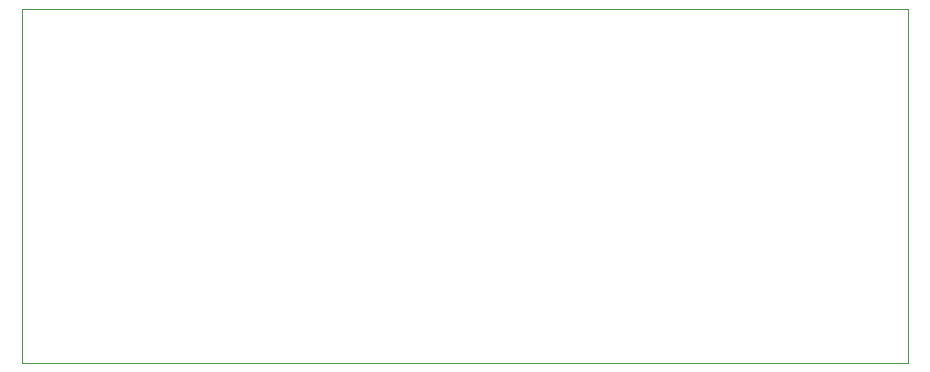
<source format=gbr>
%TF.GenerationSoftware,Altium Limited,Altium Designer,24.0.1 (36)*%
G04 Layer_Color=0*
%FSLAX45Y45*%
%MOMM*%
%TF.SameCoordinates,B6A77970-8F51-4162-B198-D5255F9352F6*%
%TF.FilePolarity,Positive*%
%TF.FileFunction,Profile,NP*%
%TF.Part,Single*%
G01*
G75*
%TA.AperFunction,Profile*%
%ADD62C,0.02540*%
D62*
X0Y0D02*
Y3000000D01*
X7500000D01*
Y0D01*
X0D01*
%TF.MD5,19150d57c46aa8544f2a3300fd3be6ad*%
M02*

</source>
